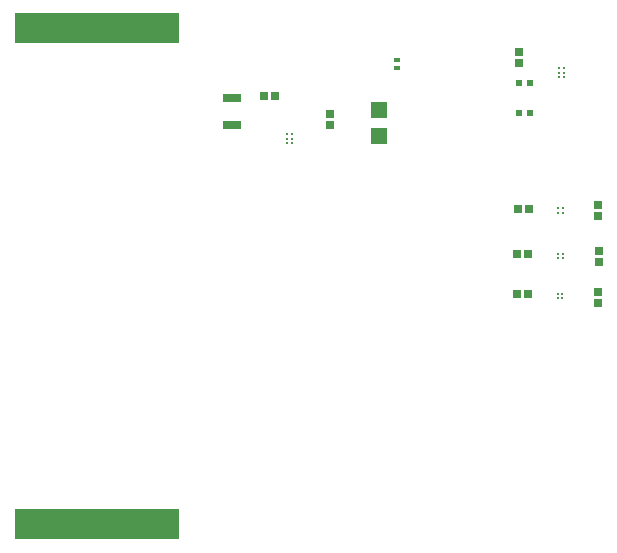
<source format=gtp>
G04*
G04 #@! TF.GenerationSoftware,Altium Limited,Altium Designer,21.3.2 (30)*
G04*
G04 Layer_Color=8421504*
%FSLAX25Y25*%
%MOIN*%
G70*
G04*
G04 #@! TF.SameCoordinates,854D5A4D-7B49-4B2E-BA62-70F088FD304A*
G04*
G04*
G04 #@! TF.FilePolarity,Positive*
G04*
G01*
G75*
%ADD13R,0.54921X0.10236*%
%ADD14R,0.02244X0.02441*%
%ADD15R,0.02677X0.02598*%
%ADD16R,0.02362X0.01378*%
%ADD17C,0.00787*%
%ADD18R,0.05906X0.02756*%
%ADD19C,0.00732*%
%ADD20R,0.05512X0.05512*%
%ADD21R,0.02598X0.02677*%
D13*
X35000Y177677D02*
D03*
Y12323D02*
D03*
D14*
X175610Y149500D02*
D03*
X179390D02*
D03*
X175610Y159500D02*
D03*
X179390D02*
D03*
D15*
X175500Y169811D02*
D03*
Y166189D02*
D03*
X112500Y149211D02*
D03*
Y145589D02*
D03*
X201939Y86067D02*
D03*
Y89689D02*
D03*
X202200Y99889D02*
D03*
Y103511D02*
D03*
X202000Y115189D02*
D03*
Y118811D02*
D03*
D16*
X135000Y164441D02*
D03*
Y167000D02*
D03*
D17*
X100000Y139350D02*
D03*
X98425D02*
D03*
X100000Y140925D02*
D03*
X98425D02*
D03*
X100000Y142500D02*
D03*
X98425D02*
D03*
X188925Y161350D02*
D03*
Y162925D02*
D03*
Y164500D02*
D03*
X190500Y161350D02*
D03*
Y162925D02*
D03*
Y164500D02*
D03*
D18*
X80000Y145472D02*
D03*
Y154528D02*
D03*
D19*
X190171Y116311D02*
D03*
X188793D02*
D03*
X190171Y117689D02*
D03*
X188793D02*
D03*
X189860Y87878D02*
D03*
X188482D02*
D03*
X189860Y89256D02*
D03*
X188482D02*
D03*
X190171Y101100D02*
D03*
X188793D02*
D03*
X190171Y102478D02*
D03*
X188793D02*
D03*
D20*
X128819Y150512D02*
D03*
Y141850D02*
D03*
D21*
X94311Y155000D02*
D03*
X90689D02*
D03*
X175028Y89278D02*
D03*
X178650D02*
D03*
X175089Y102500D02*
D03*
X178711D02*
D03*
X175189Y117600D02*
D03*
X178811D02*
D03*
M02*

</source>
